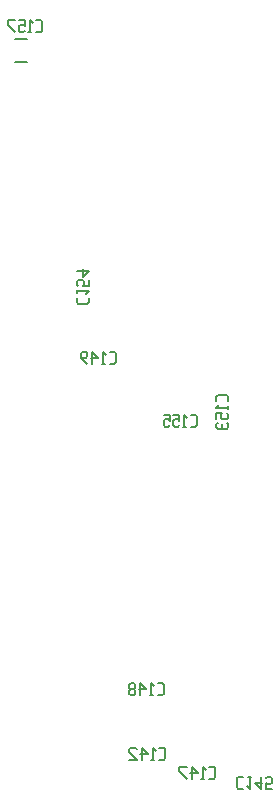
<source format=gbr>
G04 start of page 8 for group -4078 idx -4078 *
G04 Title: (unknown), bottomsilk *
G04 Creator: pcb 20110918 *
G04 CreationDate: Sun 02 Feb 2014 07:13:27 PM GMT UTC *
G04 For: doho *
G04 Format: Gerber/RS-274X *
G04 PCB-Dimensions: 600000 450000 *
G04 PCB-Coordinate-Origin: lower left *
%MOIN*%
%FSLAX25Y25*%
%LNBOTTOMSILK*%
%ADD120C,0.0060*%
%ADD119C,0.0080*%
G54D119*X44032Y438240D02*X47968D01*
X44032Y430760D02*X47968D01*
G54D120*X51000Y440500D02*X52500D01*
X53000Y441000D02*X52500Y440500D01*
X53000Y441000D02*Y444000D01*
X52500Y444500D01*
X51000D02*X52500D01*
X48300Y440500D02*X49300D01*
X48800D02*Y444500D01*
X49800Y443500D02*X48800Y444500D01*
X45100D02*X47100D01*
Y442500D02*Y444500D01*
Y442500D02*X46600Y443000D01*
X45600D02*X46600D01*
X45600D02*X45100Y442500D01*
Y441000D02*Y442500D01*
X45600Y440500D02*X45100Y441000D01*
X45600Y440500D02*X46600D01*
X47100Y441000D02*X46600Y440500D01*
X43900D02*X41400Y443000D01*
Y444500D01*
X43900D01*
X108650Y191650D02*X110150D01*
X110650Y192150D02*X110150Y191650D01*
X110650Y192150D02*Y195150D01*
X110150Y195650D01*
X108650D02*X110150D01*
X105950Y191650D02*X106950D01*
X106450D02*Y195650D01*
X107450Y194650D02*X106450Y195650D01*
X104750Y193650D02*X102750Y195650D01*
X102250Y193650D02*X104750D01*
X102750Y191650D02*Y195650D01*
X101050Y191650D02*X98550Y194150D01*
Y195650D01*
X101050D01*
X118350Y192350D02*X119850D01*
X117850Y191850D02*X118350Y192350D01*
X117850Y188850D02*Y191850D01*
Y188850D02*X118350Y188350D01*
X119850D01*
X121550Y192350D02*X122550D01*
X122050Y188350D02*Y192350D01*
X121050Y189350D02*X122050Y188350D01*
X123750Y190350D02*X125750Y188350D01*
X123750Y190350D02*X126250D01*
X125750Y188350D02*Y192350D01*
X127450Y188350D02*X129450D01*
X127450D02*Y190350D01*
X127950Y189850D01*
X128950D01*
X129450Y190350D01*
Y191850D01*
X128950Y192350D02*X129450Y191850D01*
X127950Y192350D02*X128950D01*
X127450Y191850D02*X127950Y192350D01*
X75500Y330000D02*X77000D01*
X77500Y330500D02*X77000Y330000D01*
X77500Y330500D02*Y333500D01*
X77000Y334000D01*
X75500D02*X77000D01*
X72800Y330000D02*X73800D01*
X73300D02*Y334000D01*
X74300Y333000D02*X73300Y334000D01*
X71600Y332000D02*X69600Y334000D01*
X69100Y332000D02*X71600D01*
X69600Y330000D02*Y334000D01*
X67900Y330000D02*X65900Y332000D01*
Y333500D01*
X66400Y334000D02*X65900Y333500D01*
X66400Y334000D02*X67400D01*
X67900Y333500D02*X67400Y334000D01*
X67900Y332500D02*Y333500D01*
Y332500D02*X67400Y332000D01*
X65900D02*X67400D01*
X64500Y350500D02*Y352000D01*
X65000Y350000D02*X64500Y350500D01*
X65000Y350000D02*X68000D01*
X68500Y350500D01*
Y352000D01*
X64500Y353700D02*Y354700D01*
Y354200D02*X68500D01*
X67500Y353200D02*X68500Y354200D01*
Y355900D02*Y357900D01*
X66500Y355900D02*X68500D01*
X66500D02*X67000Y356400D01*
Y357400D01*
X66500Y357900D01*
X65000D02*X66500D01*
X64500Y357400D02*X65000Y357900D01*
X64500Y356400D02*Y357400D01*
X65000Y355900D02*X64500Y356400D01*
X66500Y359100D02*X68500Y361100D01*
X66500Y359100D02*Y361600D01*
X64500Y361100D02*X68500D01*
X102500Y309000D02*X104000D01*
X104500Y309500D02*X104000Y309000D01*
X104500Y309500D02*Y312500D01*
X104000Y313000D01*
X102500D02*X104000D01*
X99800Y309000D02*X100800D01*
X100300D02*Y313000D01*
X101300Y312000D02*X100300Y313000D01*
X96600D02*X98600D01*
Y311000D02*Y313000D01*
Y311000D02*X98100Y311500D01*
X97100D02*X98100D01*
X97100D02*X96600Y311000D01*
Y309500D02*Y311000D01*
X97100Y309000D02*X96600Y309500D01*
X97100Y309000D02*X98100D01*
X98600Y309500D02*X98100Y309000D01*
X93400Y313000D02*X95400D01*
Y311000D02*Y313000D01*
Y311000D02*X94900Y311500D01*
X93900D02*X94900D01*
X93900D02*X93400Y311000D01*
Y309500D02*Y311000D01*
X93900Y309000D02*X93400Y309500D01*
X93900Y309000D02*X94900D01*
X95400Y309500D02*X94900Y309000D01*
X115000Y317500D02*Y319000D01*
X114500Y319500D02*X115000Y319000D01*
X111500Y319500D02*X114500D01*
X111500D02*X111000Y319000D01*
Y317500D02*Y319000D01*
X115000Y314800D02*Y315800D01*
X111000Y315300D02*X115000D01*
X112000Y316300D02*X111000Y315300D01*
Y311600D02*Y313600D01*
X113000D01*
X112500Y313100D01*
Y312100D02*Y313100D01*
Y312100D02*X113000Y311600D01*
X114500D01*
X115000Y312100D02*X114500Y311600D01*
X115000Y312100D02*Y313100D01*
X114500Y313600D02*X115000Y313100D01*
X111500Y310400D02*X111000Y309900D01*
Y308900D02*Y309900D01*
Y308900D02*X111500Y308400D01*
X114500D01*
X115000Y308900D02*X114500Y308400D01*
X115000Y308900D02*Y309900D01*
X114500Y310400D02*X115000Y309900D01*
X113000Y308400D02*Y309900D01*
X91500Y219500D02*X93000D01*
X93500Y220000D02*X93000Y219500D01*
X93500Y220000D02*Y223000D01*
X93000Y223500D01*
X91500D02*X93000D01*
X88800Y219500D02*X89800D01*
X89300D02*Y223500D01*
X90300Y222500D02*X89300Y223500D01*
X87600Y221500D02*X85600Y223500D01*
X85100Y221500D02*X87600D01*
X85600Y219500D02*Y223500D01*
X83900Y220000D02*X83400Y219500D01*
X83900Y220000D02*Y221000D01*
X83400Y221500D01*
X82400D02*X83400D01*
X82400D02*X81900Y221000D01*
Y220000D02*Y221000D01*
X82400Y219500D02*X81900Y220000D01*
X82400Y219500D02*X83400D01*
X83900Y222000D02*X83400Y221500D01*
X83900Y222000D02*Y223000D01*
X83400Y223500D01*
X82400D02*X83400D01*
X82400D02*X81900Y223000D01*
Y222000D02*Y223000D01*
X82400Y221500D02*X81900Y222000D01*
X92000Y198000D02*X93500D01*
X94000Y198500D02*X93500Y198000D01*
X94000Y198500D02*Y201500D01*
X93500Y202000D01*
X92000D02*X93500D01*
X89300Y198000D02*X90300D01*
X89800D02*Y202000D01*
X90800Y201000D02*X89800Y202000D01*
X88100Y200000D02*X86100Y202000D01*
X85600Y200000D02*X88100D01*
X86100Y198000D02*Y202000D01*
X84400Y201500D02*X83900Y202000D01*
X82400D02*X83900D01*
X82400D02*X81900Y201500D01*
Y200500D02*Y201500D01*
X84400Y198000D02*X81900Y200500D01*
Y198000D02*X84400D01*
M02*

</source>
